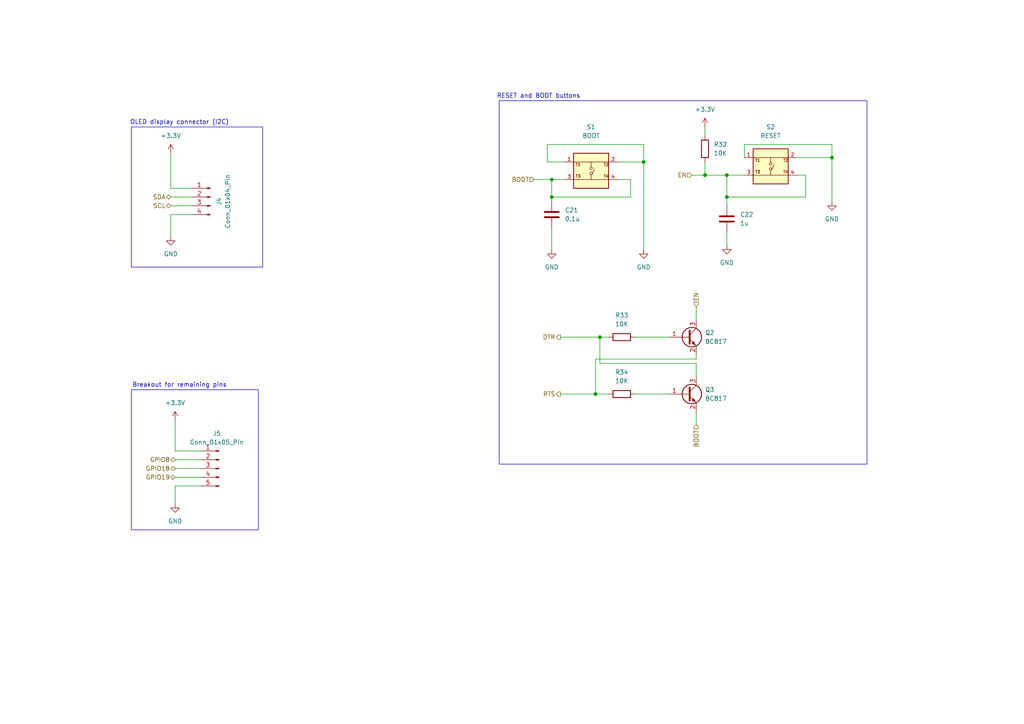
<source format=kicad_sch>
(kicad_sch (version 20250114) (generator "eeschema") (generator_version "9.0")
  (paper "A4")
  (lib_symbols
    (symbol "Connector:Conn_01x04_Pin" (pin_names (offset 1.016) (hide yes))
      (property "Reference" "J" (at 0 5.08 0))
      (property "Value" "Conn_01x04_Pin" (at 0 -7.62 0))
      (symbol "Conn_01x04_Pin_1_1"
        (rectangle (start 0.8636 2.667) (end 0 2.413) (stroke (width 0.1524)) (fill (type outline)))
        (rectangle (start 0.8636 0.127) (end 0 -0.127) (stroke (width 0.1524)) (fill (type outline)))
        (rectangle (start 0.8636 -2.413) (end 0 -2.667) (stroke (width 0.1524)) (fill (type outline)))
        (rectangle (start 0.8636 -4.953) (end 0 -5.207) (stroke (width 0.1524)) (fill (type outline)))
        (polyline (pts (xy 1.27 2.54) (xy 0.8636 2.54)) (stroke (width 0.1524)))
        (polyline (pts (xy 1.27 0) (xy 0.8636 0)) (stroke (width 0.1524)))
        (polyline (pts (xy 1.27 -2.54) (xy 0.8636 -2.54)) (stroke (width 0.1524)))
        (polyline (pts (xy 1.27 -5.08) (xy 0.8636 -5.08)) (stroke (width 0.1524)))
        (pin passive line (at 5.08 2.54 180) (length 3.81) (name "Pin_1") (number "1"))
        (pin passive line (at 5.08 0 180) (length 3.81) (name "Pin_2") (number "2"))
        (pin passive line (at 5.08 -2.54 180) (length 3.81) (name "Pin_3") (number "3"))
        (pin passive line (at 5.08 -5.08 180) (length 3.81) (name "Pin_4") (number "4"))
      )
    )
    (symbol "Connector:Conn_01x05_Pin" (pin_names (offset 1.016) (hide yes))
      (property "Reference" "J" (at 0 7.62 0))
      (property "Value" "Conn_01x05_Pin" (at 0 -7.62 0))
      (symbol "Conn_01x05_Pin_1_1"
        (rectangle (start 0.8636 5.207) (end 0 4.953) (stroke (width 0.1524)) (fill (type outline)))
        (rectangle (start 0.8636 2.667) (end 0 2.413) (stroke (width 0.1524)) (fill (type outline)))
        (rectangle (start 0.8636 0.127) (end 0 -0.127) (stroke (width 0.1524)) (fill (type outline)))
        (rectangle (start 0.8636 -2.413) (end 0 -2.667) (stroke (width 0.1524)) (fill (type outline)))
        (rectangle (start 0.8636 -4.953) (end 0 -5.207) (stroke (width 0.1524)) (fill (type outline)))
        (polyline (pts (xy 1.27 5.08) (xy 0.8636 5.08)) (stroke (width 0.1524)))
        (polyline (pts (xy 1.27 2.54) (xy 0.8636 2.54)) (stroke (width 0.1524)))
        (polyline (pts (xy 1.27 0) (xy 0.8636 0)) (stroke (width 0.1524)))
        (polyline (pts (xy 1.27 -2.54) (xy 0.8636 -2.54)) (stroke (width 0.1524)))
        (polyline (pts (xy 1.27 -5.08) (xy 0.8636 -5.08)) (stroke (width 0.1524)))
        (pin passive line (at 5.08 5.08 180) (length 3.81) (name "Pin_1") (number "1"))
        (pin passive line (at 5.08 2.54 180) (length 3.81) (name "Pin_2") (number "2"))
        (pin passive line (at 5.08 0 180) (length 3.81) (name "Pin_3") (number "3"))
        (pin passive line (at 5.08 -2.54 180) (length 3.81) (name "Pin_4") (number "4"))
        (pin passive line (at 5.08 -5.08 180) (length 3.81) (name "Pin_5") (number "5"))
      )
    )
    (symbol "Device:C" (pin_numbers (hide yes)) (pin_names (offset 0.254))
      (property "Reference" "C" (at 0.635 2.54 0))
      (property "Value" "C" (at 0.635 -2.54 0))
      (symbol "C_0_1"
        (polyline (pts (xy -2.032 0.762) (xy 2.032 0.762)) (stroke (width 0.508)))
        (polyline (pts (xy -2.032 -0.762) (xy 2.032 -0.762)) (stroke (width 0.508)))
      )
      (symbol "C_1_1"
        (pin passive line (at 0 3.81 270) (length 2.794) (name "~") (number "1"))
        (pin passive line (at 0 -3.81 90) (length 2.794) (name "~") (number "2"))
      )
    )
    (symbol "Device:R" (pin_numbers (hide yes)) (pin_names (offset 0))
      (property "Reference" "R" (at 2.032 0 90))
      (property "Value" "R" (at 0 0 90))
      (symbol "R_0_1"
        (rectangle (start -1.016 -2.54) (end 1.016 2.54) (stroke (width 0.254)))
      )
      (symbol "R_1_1"
        (pin passive line (at 0 3.81 270) (length 1.27) (name "~") (number "1"))
        (pin passive line (at 0 -3.81 90) (length 1.27) (name "~") (number "2"))
      )
    )
    (symbol "Transistor_BJT:BC817" (pin_names (offset 0) (hide yes))
      (property "Reference" "Q" (at 5.08 1.905 0))
      (property "Value" "BC817" (at 5.08 0 0))
      (symbol "BC817_0_1"
        (polyline (pts (xy -2.54 0) (xy 0.635 0)))
        (polyline (pts (xy 0.635 1.905) (xy 0.635 -1.905)) (stroke (width 0.508)))
        (circle (center 1.27 0) (radius 2.8194) (stroke (width 0.254)))
      )
      (symbol "BC817_1_1"
        (polyline (pts (xy 0.635 0.635) (xy 2.54 2.54)))
        (polyline (pts (xy 0.635 -0.635) (xy 2.54 -2.54)))
        (polyline (pts (xy 1.27 -1.778) (xy 1.778 -1.27) (xy 2.286 -2.286) (xy 1.27 -1.778)) (fill (type outline)))
        (pin input line (at -5.08 0 0) (length 2.54) (name "B") (number "1"))
        (pin passive line (at 2.54 5.08 270) (length 2.54) (name "C") (number "3"))
        (pin passive line (at 2.54 -5.08 90) (length 2.54) (name "E") (number "2"))
      )
    )
    (symbol "USLPT2819DT2TR:USLPT2819DT2TR" (pin_names (offset 1.016))
      (property "Reference" "S" (at -5.08 5.08 0))
      (property "Value" "USLPT2819DT2TR" (at -5.08 -7.62 0))
      (symbol "USLPT2819DT2TR_0_0"
        (polyline (pts (xy -5.08 2.54) (xy 0 2.54)) (stroke (width 0.1524)))
        (polyline (pts (xy -5.08 -2.54) (xy 0 -2.54)) (stroke (width 0.1524)))
        (rectangle (start -5.08 -5.08) (end 5.08 5.08) (stroke (width 0.254)) (fill (type background)))
        (polyline (pts (xy 0 2.54) (xy 5.08 2.54)) (stroke (width 0.1524)))
        (polyline (pts (xy 0 1.143) (xy 0 2.54)) (stroke (width 0.1524)))
        (circle (center 0 0.762) (radius 0.3592) (stroke (width 0.1524)))
        (circle (center 0 -0.762) (radius 0.3592) (stroke (width 0.1524)))
        (polyline (pts (xy 0 -2.54) (xy 0 -1.143)) (stroke (width 0.1524)))
        (polyline (pts (xy 0 -2.54) (xy 5.08 -2.54)) (stroke (width 0.1524)))
        (polyline (pts (xy 0.254 -1.016) (xy 1.016 0.508)) (stroke (width 0.1524)))
        (text "T1" (at -4.572 1.27 0) (effects (font (size 0.8128 0.8128)) (justify left bottom)))
        (text "T3" (at -4.572 -2.032 0) (effects (font (size 0.8128 0.8128)) (justify left bottom)))
        (text "T2" (at 3.556 1.27 0) (effects (font (size 0.8128 0.8128)) (justify left bottom)))
        (text "T4" (at 3.556 -2.032 0) (effects (font (size 0.8128 0.8128)) (justify left bottom)))
        (pin passive line (at -7.62 2.54 0) (length 2.54) (name "~") (number "1"))
        (pin passive line (at -7.62 -2.54 0) (length 2.54) (name "~") (number "3"))
        (pin passive line (at 7.62 2.54 180) (length 2.54) (name "~") (number "2"))
        (pin passive line (at 7.62 -2.54 180) (length 2.54) (name "~") (number "4"))
      )
    )
    (symbol "power:+3.3V" (power) (pin_numbers (hide yes)) (pin_names (offset 0) (hide yes))
      (property "Value" "+3.3V" (at 0 3.556 0))
      (symbol "+3.3V_0_1"
        (polyline (pts (xy -0.762 1.27) (xy 0 2.54)))
        (polyline (pts (xy 0 2.54) (xy 0.762 1.27)))
        (polyline (pts (xy 0 0) (xy 0 2.54)))
      )
      (symbol "+3.3V_1_1"
        (pin power_in line (at 0 0 90) (length 0) (name "~") (number "1"))
      )
    )
    (symbol "power:GND" (power) (pin_numbers (hide yes)) (pin_names (offset 0) (hide yes))
      (property "Value" "GND" (at 0 -3.81 0))
      (symbol "GND_0_1"
        (polyline (pts (xy 0 0) (xy 0 -1.27) (xy 1.27 -1.27) (xy 0 -2.54) (xy -1.27 -1.27) (xy 0 -1.27)))
      )
      (symbol "GND_1_1"
        (pin power_in line (at 0 0 270) (length 0) (name "~") (number "1"))
      )
    )
  )
  (rectangle (start 38.1 36.83) (end 76.2 77.47))
  (rectangle (start 38.1 113.03) (end 74.93 153.67))
  (rectangle (start 144.78 29.21) (end 251.46 134.62))
  (text "RESET and BOOT buttons" (at 156.21 27.94 0) (effects (font (size 1.27 1.27))))
  (text "OLED display connector (I2C)\n" (at 52.07 35.56 0) (effects (font (size 1.27 1.27))))
  (text "Breakout for remaining pins" (at 52.07 111.76 0) (effects (font (size 1.27 1.27))))
  (junction (at 172.72 114.3))
  (junction (at 210.82 57.15))
  (junction (at 186.69 46.99))
  (junction (at 173.99 97.79))
  (junction (at 210.82 50.8))
  (junction (at 204.47 50.8))
  (junction (at 160.02 57.15))
  (junction (at 241.3 45.72))
  (junction (at 160.02 52.07))
  (wire (pts (xy 184.15 97.79) (xy 194.31 97.79)))
  (wire (pts (xy 58.42 140.97) (xy 50.8 140.97)))
  (wire (pts (xy 49.53 44.45) (xy 49.53 54.61)))
  (wire (pts (xy 160.02 52.07) (xy 163.83 52.07)))
  (wire (pts (xy 201.93 109.22) (xy 201.93 105.41)))
  (wire (pts (xy 49.53 62.23) (xy 49.53 68.58)))
  (wire (pts (xy 241.3 41.91) (xy 241.3 45.72)))
  (wire (pts (xy 210.82 67.31) (xy 210.82 71.12)))
  (wire (pts (xy 50.8 121.92) (xy 50.8 130.81)))
  (wire (pts (xy 200.66 50.8) (xy 204.47 50.8)))
  (wire (pts (xy 50.8 135.89) (xy 58.42 135.89)))
  (wire (pts (xy 162.56 114.3) (xy 172.72 114.3)))
  (wire (pts (xy 204.47 36.83) (xy 204.47 39.37)))
  (wire (pts (xy 173.99 97.79) (xy 176.53 97.79)))
  (wire (pts (xy 162.56 97.79) (xy 173.99 97.79)))
  (wire (pts (xy 201.93 104.14) (xy 172.72 104.14)))
  (wire (pts (xy 184.15 114.3) (xy 194.31 114.3)))
  (wire (pts (xy 58.42 130.81) (xy 50.8 130.81)))
  (wire (pts (xy 160.02 57.15) (xy 160.02 58.42)))
  (wire (pts (xy 163.83 46.99) (xy 158.75 46.99)))
  (wire (pts (xy 49.53 57.15) (xy 55.88 57.15)))
  (wire (pts (xy 215.9 50.8) (xy 210.82 50.8)))
  (wire (pts (xy 50.8 138.43) (xy 58.42 138.43)))
  (wire (pts (xy 210.82 50.8) (xy 204.47 50.8)))
  (wire (pts (xy 160.02 66.04) (xy 160.02 72.39)))
  (wire (pts (xy 233.68 57.15) (xy 210.82 57.15)))
  (wire (pts (xy 173.99 105.41) (xy 173.99 97.79)))
  (wire (pts (xy 210.82 57.15) (xy 210.82 59.69)))
  (wire (pts (xy 241.3 45.72) (xy 241.3 58.42)))
  (wire (pts (xy 210.82 50.8) (xy 210.82 57.15)))
  (wire (pts (xy 182.88 57.15) (xy 160.02 57.15)))
  (wire (pts (xy 158.75 41.91) (xy 186.69 41.91)))
  (wire (pts (xy 231.14 45.72) (xy 241.3 45.72)))
  (wire (pts (xy 201.93 119.38) (xy 201.93 123.19)))
  (wire (pts (xy 172.72 114.3) (xy 176.53 114.3)))
  (wire (pts (xy 179.07 52.07) (xy 182.88 52.07)))
  (wire (pts (xy 50.8 140.97) (xy 50.8 146.05)))
  (wire (pts (xy 215.9 41.91) (xy 241.3 41.91)))
  (wire (pts (xy 201.93 88.9) (xy 201.93 92.71)))
  (wire (pts (xy 215.9 45.72) (xy 215.9 41.91)))
  (wire (pts (xy 154.94 52.07) (xy 160.02 52.07)))
  (wire (pts (xy 201.93 102.87) (xy 201.93 104.14)))
  (wire (pts (xy 49.53 54.61) (xy 55.88 54.61)))
  (wire (pts (xy 172.72 104.14) (xy 172.72 114.3)))
  (wire (pts (xy 186.69 41.91) (xy 186.69 46.99)))
  (wire (pts (xy 49.53 59.69) (xy 55.88 59.69)))
  (wire (pts (xy 186.69 46.99) (xy 186.69 72.39)))
  (wire (pts (xy 233.68 50.8) (xy 233.68 57.15)))
  (wire (pts (xy 182.88 52.07) (xy 182.88 57.15)))
  (wire (pts (xy 50.8 133.35) (xy 58.42 133.35)))
  (wire (pts (xy 204.47 46.99) (xy 204.47 50.8)))
  (wire (pts (xy 179.07 46.99) (xy 186.69 46.99)))
  (wire (pts (xy 55.88 62.23) (xy 49.53 62.23)))
  (wire (pts (xy 201.93 105.41) (xy 173.99 105.41)))
  (wire (pts (xy 160.02 52.07) (xy 160.02 57.15)))
  (wire (pts (xy 158.75 46.99) (xy 158.75 41.91)))
  (wire (pts (xy 231.14 50.8) (xy 233.68 50.8)))
  (hierarchical_label "RTS" (shape output) (at 162.56 114.3 180))
  (hierarchical_label "DTR" (shape output) (at 162.56 97.79 180))
  (hierarchical_label "GPIO18" (shape bidirectional) (at 50.8 135.89 180))
  (hierarchical_label "BOOT" (shape input) (at 154.94 52.07 180))
  (hierarchical_label "BOOT" (shape input) (at 201.93 123.19 270))
  (hierarchical_label "SDA" (shape bidirectional) (at 49.53 57.15 180))
  (hierarchical_label "GPIO8" (shape bidirectional) (at 50.8 133.35 180))
  (hierarchical_label "EN" (shape input) (at 200.66 50.8 180))
  (hierarchical_label "SCL" (shape bidirectional) (at 49.53 59.69 180))
  (hierarchical_label "GPIO19" (shape bidirectional) (at 50.8 138.43 180))
  (hierarchical_label "EN" (shape input) (at 201.93 88.9 90))
  (symbol (lib_id "Transistor_BJT:BC817") (at 199.39 114.3 0) (unit 1)
    (property "Reference" "Q3" (at 204.47 113.0299 0) (effects (justify left)))
    (property "Value" "BC817" (at 204.47 115.5699 0) (effects (justify left)))
    (property "Footprint" "Package_TO_SOT_SMD:SOT-23" (effects (hide yes)))
    (property "Datasheet" "https://www.onsemi.com/pub/Collateral/BC818-D.pdf" (effects (hide yes)))
    (property "Description" "0.8A Ic, 45V Vce, NPN Transistor, SOT-23" (effects (hide yes)))
  )
  (symbol (lib_id "Device:R") (at 204.47 43.18 0) (unit 1)
    (property "Reference" "R32" (at 207.01 41.9099 0) (effects (justify left)))
    (property "Value" "10K" (at 207.01 44.4499 0) (effects (justify left)))
    (property "Footprint" "Resistor_SMD:R_0805_2012Metric" (effects (hide yes)))
    (property "Description" "Resistor" (effects (hide yes)))
  )
  (symbol (lib_id "Connector:Conn_01x04_Pin") (at 60.96 57.15 0) (mirror y) (unit 1)
    (property "Reference" "J4" (at 63.5 58.42 90))
    (property "Value" "Conn_01x04_Pin" (at 66.04 58.42 90))
    (property "Footprint" "Connector_PinHeader_2.54mm:PinHeader_1x04_P2.54mm_Vertical" (effects (hide yes)))
    (property "Description" "Generic connector, single row, 01x04, script generated" (effects (hide yes)))
  )
  (symbol (lib_id "Device:R") (at 180.34 97.79 90) (unit 1)
    (property "Reference" "R33" (at 180.34 91.44 90))
    (property "Value" "10K" (at 180.34 93.98 90))
    (property "Footprint" "Resistor_SMD:R_0805_2012Metric" (effects (hide yes)))
    (property "Description" "Resistor" (effects (hide yes)))
  )
  (symbol (lib_id "power:GND") (at 49.53 68.58 0) (unit 1)
    (property "Reference" "#PWR047" (effects (hide yes)))
    (property "Value" "GND" (at 49.53 73.66 0))
    (property "Description" "Power symbol creates a global label with name \"GND\" , ground" (effects (hide yes)))
  )
  (symbol (lib_id "power:+3.3V") (at 50.8 121.92 0) (unit 1)
    (property "Reference" "#PWR048" (effects (hide yes)))
    (property "Value" "+3.3V" (at 50.8 116.84 0))
    (property "Description" "Power symbol creates a global label with name \"+3.3V\"" (effects (hide yes)))
  )
  (symbol (lib_id "power:GND") (at 186.69 72.39 0) (unit 1)
    (property "Reference" "#PWR051" (effects (hide yes)))
    (property "Value" "GND" (at 186.69 77.47 0))
    (property "Description" "Power symbol creates a global label with name \"GND\" , ground" (effects (hide yes)))
  )
  (symbol (lib_id "Transistor_BJT:BC817") (at 199.39 97.79 0) (unit 1)
    (property "Reference" "Q2" (at 204.47 96.5199 0) (effects (justify left)))
    (property "Value" "BC817" (at 204.47 99.0599 0) (effects (justify left)))
    (property "Footprint" "Package_TO_SOT_SMD:SOT-23" (effects (hide yes)))
    (property "Datasheet" "https://www.onsemi.com/pub/Collateral/BC818-D.pdf" (effects (hide yes)))
    (property "Description" "0.8A Ic, 45V Vce, NPN Transistor, SOT-23" (effects (hide yes)))
  )
  (symbol (lib_id "Connector:Conn_01x05_Pin") (at 63.5 135.89 0) (mirror y) (unit 1)
    (property "Reference" "J5" (at 62.865 125.73 0))
    (property "Value" "Conn_01x05_Pin" (at 62.865 128.27 0))
    (property "Footprint" "Connector_PinHeader_2.54mm:PinHeader_1x05_P2.54mm_Vertical" (effects (hide yes)))
    (property "Description" "Generic connector, single row, 01x05, script generated" (effects (hide yes)))
  )
  (symbol (lib_id "power:+3.3V") (at 204.47 36.83 0) (unit 1)
    (property "Reference" "#PWR054" (effects (hide yes)))
    (property "Value" "+3.3V" (at 204.47 31.75 0))
    (property "Description" "Power symbol creates a global label with name \"+3.3V\"" (effects (hide yes)))
  )
  (symbol (lib_id "power:GND") (at 210.82 71.12 0) (unit 1)
    (property "Reference" "#PWR053" (effects (hide yes)))
    (property "Value" "GND" (at 210.82 76.2 0))
    (property "Description" "Power symbol creates a global label with name \"GND\" , ground" (effects (hide yes)))
  )
  (symbol (lib_id "power:GND") (at 241.3 58.42 0) (unit 1)
    (property "Reference" "#PWR052" (effects (hide yes)))
    (property "Value" "GND" (at 241.3 63.5 0))
    (property "Description" "Power symbol creates a global label with name \"GND\" , ground" (effects (hide yes)))
  )
  (symbol (lib_id "USLPT2819DT2TR:USLPT2819DT2TR") (at 171.45 49.53 0) (unit 1)
    (property "Reference" "S1" (at 171.45 36.83 0))
    (property "Value" "BOOT" (at 171.45 39.37 0))
    (property "Footprint" "ESP32 Project Footprints:SW_USLPT2819DT2TR" (effects (hide yes)))
    (property "MF" "TE Connectivity" (effects (hide yes)))
    (property "Description_1" "Tactile Switch SPST-NO Top Actuated Surface Mount" (effects (hide yes)))
    (property "Package" "None" (effects (hide yes)))
    (property "Price" "None" (effects (hide yes)))
    (property "Check_prices" "https://www.snapeda.com/parts/USLPT2819DT2TR/TE+Connectivity+ALCOSWITCH+Switches/view-part/?ref=eda" (effects (hide yes)))
    (property "STANDARD" "Manufacturer Recommendations" (effects (hide yes)))
    (property "PARTREV" "P" (effects (hide yes)))
    (property "SnapEDA_Link" "https://www.snapeda.com/parts/USLPT2819DT2TR/TE+Connectivity+ALCOSWITCH+Switches/view-part/?ref=snap" (effects (hide yes)))
    (property "MP" "USLPT2819DT2TR" (effects (hide yes)))
    (property "Availability" "In Stock" (effects (hide yes)))
    (property "MANUFACTURER" "TE CONNECTIVITY" (effects (hide yes)))
  )
  (symbol (lib_id "power:GND") (at 160.02 72.39 0) (unit 1)
    (property "Reference" "#PWR050" (effects (hide yes)))
    (property "Value" "GND" (at 160.02 77.47 0))
    (property "Description" "Power symbol creates a global label with name \"GND\" , ground" (effects (hide yes)))
  )
  (symbol (lib_id "power:GND") (at 50.8 146.05 0) (unit 1)
    (property "Reference" "#PWR049" (effects (hide yes)))
    (property "Value" "GND" (at 50.8 151.13 0))
    (property "Description" "Power symbol creates a global label with name \"GND\" , ground" (effects (hide yes)))
  )
  (symbol (lib_id "USLPT2819DT2TR:USLPT2819DT2TR") (at 223.52 48.26 0) (unit 1)
    (property "Reference" "S2" (at 223.52 36.83 0))
    (property "Value" "RESET" (at 223.52 39.37 0))
    (property "Footprint" "ESP32 Project Footprints:SW_USLPT2819DT2TR" (effects (hide yes)))
    (property "MF" "TE Connectivity" (effects (hide yes)))
    (property "Description_1" "Tactile Switch SPST-NO Top Actuated Surface Mount" (effects (hide yes)))
    (property "Package" "None" (effects (hide yes)))
    (property "Price" "None" (effects (hide yes)))
    (property "Check_prices" "https://www.snapeda.com/parts/USLPT2819DT2TR/TE+Connectivity+ALCOSWITCH+Switches/view-part/?ref=eda" (effects (hide yes)))
    (property "STANDARD" "Manufacturer Recommendations" (effects (hide yes)))
    (property "PARTREV" "P" (effects (hide yes)))
    (property "SnapEDA_Link" "https://www.snapeda.com/parts/USLPT2819DT2TR/TE+Connectivity+ALCOSWITCH+Switches/view-part/?ref=snap" (effects (hide yes)))
    (property "MP" "USLPT2819DT2TR" (effects (hide yes)))
    (property "Availability" "In Stock" (effects (hide yes)))
    (property "MANUFACTURER" "TE CONNECTIVITY" (effects (hide yes)))
  )
  (symbol (lib_id "Device:C") (at 160.02 62.23 0) (unit 1)
    (property "Reference" "C21" (at 163.83 60.9599 0) (effects (justify left)))
    (property "Value" "0.1u" (at 163.83 63.4999 0) (effects (justify left)))
    (property "Footprint" "Capacitor_SMD:C_0805_2012Metric" (effects (hide yes)))
    (property "Description" "Unpolarized capacitor" (effects (hide yes)))
  )
  (symbol (lib_id "power:+3.3V") (at 49.53 44.45 0) (unit 1)
    (property "Reference" "#PWR046" (effects (hide yes)))
    (property "Value" "+3.3V" (at 49.53 39.37 0))
    (property "Description" "Power symbol creates a global label with name \"+3.3V\"" (effects (hide yes)))
  )
  (symbol (lib_id "Device:R") (at 180.34 114.3 90) (unit 1)
    (property "Reference" "R34" (at 180.34 107.95 90))
    (property "Value" "10K" (at 180.34 110.49 90))
    (property "Footprint" "Resistor_SMD:R_0805_2012Metric" (effects (hide yes)))
    (property "Description" "Resistor" (effects (hide yes)))
  )
  (symbol (lib_id "Device:C") (at 210.82 63.5 0) (unit 1)
    (property "Reference" "C22" (at 214.63 62.2299 0) (effects (justify left)))
    (property "Value" "1u" (at 214.63 64.7699 0) (effects (justify left)))
    (property "Footprint" "Capacitor_SMD:C_0805_2012Metric" (effects (hide yes)))
    (property "Description" "Unpolarized capacitor" (effects (hide yes)))
  )
)
</source>
